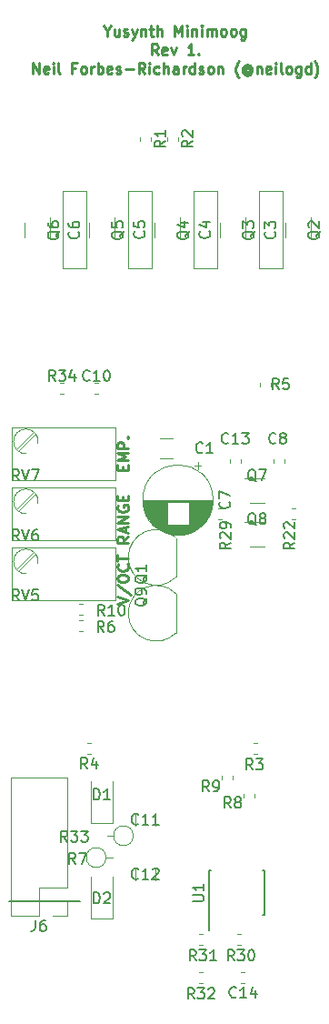
<source format=gbr>
G04 #@! TF.GenerationSoftware,KiCad,Pcbnew,5.0.2-bee76a0~70~ubuntu18.04.1*
G04 #@! TF.CreationDate,2019-04-23T19:40:41+10:00*
G04 #@! TF.ProjectId,minimoog,6d696e69-6d6f-46f6-972e-6b696361645f,rev?*
G04 #@! TF.SameCoordinates,Original*
G04 #@! TF.FileFunction,Legend,Top*
G04 #@! TF.FilePolarity,Positive*
%FSLAX46Y46*%
G04 Gerber Fmt 4.6, Leading zero omitted, Abs format (unit mm)*
G04 Created by KiCad (PCBNEW 5.0.2-bee76a0~70~ubuntu18.04.1) date Tue 23 Apr 2019 19:40:41 AEST*
%MOMM*%
%LPD*%
G01*
G04 APERTURE LIST*
%ADD10C,0.250000*%
%ADD11C,0.200000*%
%ADD12C,0.120000*%
%ADD13C,0.150000*%
G04 APERTURE END LIST*
D10*
X133620666Y-38866190D02*
X133620666Y-39342380D01*
X133287333Y-38342380D02*
X133620666Y-38866190D01*
X133954000Y-38342380D01*
X134715904Y-38675714D02*
X134715904Y-39342380D01*
X134287333Y-38675714D02*
X134287333Y-39199523D01*
X134334952Y-39294761D01*
X134430190Y-39342380D01*
X134573047Y-39342380D01*
X134668285Y-39294761D01*
X134715904Y-39247142D01*
X135144476Y-39294761D02*
X135239714Y-39342380D01*
X135430190Y-39342380D01*
X135525428Y-39294761D01*
X135573047Y-39199523D01*
X135573047Y-39151904D01*
X135525428Y-39056666D01*
X135430190Y-39009047D01*
X135287333Y-39009047D01*
X135192095Y-38961428D01*
X135144476Y-38866190D01*
X135144476Y-38818571D01*
X135192095Y-38723333D01*
X135287333Y-38675714D01*
X135430190Y-38675714D01*
X135525428Y-38723333D01*
X135906380Y-38675714D02*
X136144476Y-39342380D01*
X136382571Y-38675714D02*
X136144476Y-39342380D01*
X136049238Y-39580476D01*
X136001619Y-39628095D01*
X135906380Y-39675714D01*
X136763523Y-38675714D02*
X136763523Y-39342380D01*
X136763523Y-38770952D02*
X136811142Y-38723333D01*
X136906380Y-38675714D01*
X137049238Y-38675714D01*
X137144476Y-38723333D01*
X137192095Y-38818571D01*
X137192095Y-39342380D01*
X137525428Y-38675714D02*
X137906380Y-38675714D01*
X137668285Y-38342380D02*
X137668285Y-39199523D01*
X137715904Y-39294761D01*
X137811142Y-39342380D01*
X137906380Y-39342380D01*
X138239714Y-39342380D02*
X138239714Y-38342380D01*
X138668285Y-39342380D02*
X138668285Y-38818571D01*
X138620666Y-38723333D01*
X138525428Y-38675714D01*
X138382571Y-38675714D01*
X138287333Y-38723333D01*
X138239714Y-38770952D01*
X139906380Y-39342380D02*
X139906380Y-38342380D01*
X140239714Y-39056666D01*
X140573047Y-38342380D01*
X140573047Y-39342380D01*
X141049238Y-39342380D02*
X141049238Y-38675714D01*
X141049238Y-38342380D02*
X141001619Y-38390000D01*
X141049238Y-38437619D01*
X141096857Y-38390000D01*
X141049238Y-38342380D01*
X141049238Y-38437619D01*
X141525428Y-38675714D02*
X141525428Y-39342380D01*
X141525428Y-38770952D02*
X141573047Y-38723333D01*
X141668285Y-38675714D01*
X141811142Y-38675714D01*
X141906380Y-38723333D01*
X141954000Y-38818571D01*
X141954000Y-39342380D01*
X142430190Y-39342380D02*
X142430190Y-38675714D01*
X142430190Y-38342380D02*
X142382571Y-38390000D01*
X142430190Y-38437619D01*
X142477809Y-38390000D01*
X142430190Y-38342380D01*
X142430190Y-38437619D01*
X142906380Y-39342380D02*
X142906380Y-38675714D01*
X142906380Y-38770952D02*
X142954000Y-38723333D01*
X143049238Y-38675714D01*
X143192095Y-38675714D01*
X143287333Y-38723333D01*
X143334952Y-38818571D01*
X143334952Y-39342380D01*
X143334952Y-38818571D02*
X143382571Y-38723333D01*
X143477809Y-38675714D01*
X143620666Y-38675714D01*
X143715904Y-38723333D01*
X143763523Y-38818571D01*
X143763523Y-39342380D01*
X144382571Y-39342380D02*
X144287333Y-39294761D01*
X144239714Y-39247142D01*
X144192095Y-39151904D01*
X144192095Y-38866190D01*
X144239714Y-38770952D01*
X144287333Y-38723333D01*
X144382571Y-38675714D01*
X144525428Y-38675714D01*
X144620666Y-38723333D01*
X144668285Y-38770952D01*
X144715904Y-38866190D01*
X144715904Y-39151904D01*
X144668285Y-39247142D01*
X144620666Y-39294761D01*
X144525428Y-39342380D01*
X144382571Y-39342380D01*
X145287333Y-39342380D02*
X145192095Y-39294761D01*
X145144476Y-39247142D01*
X145096857Y-39151904D01*
X145096857Y-38866190D01*
X145144476Y-38770952D01*
X145192095Y-38723333D01*
X145287333Y-38675714D01*
X145430190Y-38675714D01*
X145525428Y-38723333D01*
X145573047Y-38770952D01*
X145620666Y-38866190D01*
X145620666Y-39151904D01*
X145573047Y-39247142D01*
X145525428Y-39294761D01*
X145430190Y-39342380D01*
X145287333Y-39342380D01*
X146477809Y-38675714D02*
X146477809Y-39485238D01*
X146430190Y-39580476D01*
X146382571Y-39628095D01*
X146287333Y-39675714D01*
X146144476Y-39675714D01*
X146049238Y-39628095D01*
X146477809Y-39294761D02*
X146382571Y-39342380D01*
X146192095Y-39342380D01*
X146096857Y-39294761D01*
X146049238Y-39247142D01*
X146001619Y-39151904D01*
X146001619Y-38866190D01*
X146049238Y-38770952D01*
X146096857Y-38723333D01*
X146192095Y-38675714D01*
X146382571Y-38675714D01*
X146477809Y-38723333D01*
X138358761Y-41092380D02*
X138025428Y-40616190D01*
X137787333Y-41092380D02*
X137787333Y-40092380D01*
X138168285Y-40092380D01*
X138263523Y-40140000D01*
X138311142Y-40187619D01*
X138358761Y-40282857D01*
X138358761Y-40425714D01*
X138311142Y-40520952D01*
X138263523Y-40568571D01*
X138168285Y-40616190D01*
X137787333Y-40616190D01*
X139168285Y-41044761D02*
X139073047Y-41092380D01*
X138882571Y-41092380D01*
X138787333Y-41044761D01*
X138739714Y-40949523D01*
X138739714Y-40568571D01*
X138787333Y-40473333D01*
X138882571Y-40425714D01*
X139073047Y-40425714D01*
X139168285Y-40473333D01*
X139215904Y-40568571D01*
X139215904Y-40663809D01*
X138739714Y-40759047D01*
X139549238Y-40425714D02*
X139787333Y-41092380D01*
X140025428Y-40425714D01*
X141692095Y-41092380D02*
X141120666Y-41092380D01*
X141406380Y-41092380D02*
X141406380Y-40092380D01*
X141311142Y-40235238D01*
X141215904Y-40330476D01*
X141120666Y-40378095D01*
X142120666Y-40997142D02*
X142168285Y-41044761D01*
X142120666Y-41092380D01*
X142073047Y-41044761D01*
X142120666Y-40997142D01*
X142120666Y-41092380D01*
X126692095Y-42842380D02*
X126692095Y-41842380D01*
X127263523Y-42842380D01*
X127263523Y-41842380D01*
X128120666Y-42794761D02*
X128025428Y-42842380D01*
X127834952Y-42842380D01*
X127739714Y-42794761D01*
X127692095Y-42699523D01*
X127692095Y-42318571D01*
X127739714Y-42223333D01*
X127834952Y-42175714D01*
X128025428Y-42175714D01*
X128120666Y-42223333D01*
X128168285Y-42318571D01*
X128168285Y-42413809D01*
X127692095Y-42509047D01*
X128596857Y-42842380D02*
X128596857Y-42175714D01*
X128596857Y-41842380D02*
X128549238Y-41890000D01*
X128596857Y-41937619D01*
X128644476Y-41890000D01*
X128596857Y-41842380D01*
X128596857Y-41937619D01*
X129215904Y-42842380D02*
X129120666Y-42794761D01*
X129073047Y-42699523D01*
X129073047Y-41842380D01*
X130692095Y-42318571D02*
X130358761Y-42318571D01*
X130358761Y-42842380D02*
X130358761Y-41842380D01*
X130834952Y-41842380D01*
X131358761Y-42842380D02*
X131263523Y-42794761D01*
X131215904Y-42747142D01*
X131168285Y-42651904D01*
X131168285Y-42366190D01*
X131215904Y-42270952D01*
X131263523Y-42223333D01*
X131358761Y-42175714D01*
X131501619Y-42175714D01*
X131596857Y-42223333D01*
X131644476Y-42270952D01*
X131692095Y-42366190D01*
X131692095Y-42651904D01*
X131644476Y-42747142D01*
X131596857Y-42794761D01*
X131501619Y-42842380D01*
X131358761Y-42842380D01*
X132120666Y-42842380D02*
X132120666Y-42175714D01*
X132120666Y-42366190D02*
X132168285Y-42270952D01*
X132215904Y-42223333D01*
X132311142Y-42175714D01*
X132406380Y-42175714D01*
X132739714Y-42842380D02*
X132739714Y-41842380D01*
X132739714Y-42223333D02*
X132834952Y-42175714D01*
X133025428Y-42175714D01*
X133120666Y-42223333D01*
X133168285Y-42270952D01*
X133215904Y-42366190D01*
X133215904Y-42651904D01*
X133168285Y-42747142D01*
X133120666Y-42794761D01*
X133025428Y-42842380D01*
X132834952Y-42842380D01*
X132739714Y-42794761D01*
X134025428Y-42794761D02*
X133930190Y-42842380D01*
X133739714Y-42842380D01*
X133644476Y-42794761D01*
X133596857Y-42699523D01*
X133596857Y-42318571D01*
X133644476Y-42223333D01*
X133739714Y-42175714D01*
X133930190Y-42175714D01*
X134025428Y-42223333D01*
X134073047Y-42318571D01*
X134073047Y-42413809D01*
X133596857Y-42509047D01*
X134454000Y-42794761D02*
X134549238Y-42842380D01*
X134739714Y-42842380D01*
X134834952Y-42794761D01*
X134882571Y-42699523D01*
X134882571Y-42651904D01*
X134834952Y-42556666D01*
X134739714Y-42509047D01*
X134596857Y-42509047D01*
X134501619Y-42461428D01*
X134454000Y-42366190D01*
X134454000Y-42318571D01*
X134501619Y-42223333D01*
X134596857Y-42175714D01*
X134739714Y-42175714D01*
X134834952Y-42223333D01*
X135311142Y-42461428D02*
X136073047Y-42461428D01*
X137120666Y-42842380D02*
X136787333Y-42366190D01*
X136549238Y-42842380D02*
X136549238Y-41842380D01*
X136930190Y-41842380D01*
X137025428Y-41890000D01*
X137073047Y-41937619D01*
X137120666Y-42032857D01*
X137120666Y-42175714D01*
X137073047Y-42270952D01*
X137025428Y-42318571D01*
X136930190Y-42366190D01*
X136549238Y-42366190D01*
X137549238Y-42842380D02*
X137549238Y-42175714D01*
X137549238Y-41842380D02*
X137501619Y-41890000D01*
X137549238Y-41937619D01*
X137596857Y-41890000D01*
X137549238Y-41842380D01*
X137549238Y-41937619D01*
X138454000Y-42794761D02*
X138358761Y-42842380D01*
X138168285Y-42842380D01*
X138073047Y-42794761D01*
X138025428Y-42747142D01*
X137977809Y-42651904D01*
X137977809Y-42366190D01*
X138025428Y-42270952D01*
X138073047Y-42223333D01*
X138168285Y-42175714D01*
X138358761Y-42175714D01*
X138454000Y-42223333D01*
X138882571Y-42842380D02*
X138882571Y-41842380D01*
X139311142Y-42842380D02*
X139311142Y-42318571D01*
X139263523Y-42223333D01*
X139168285Y-42175714D01*
X139025428Y-42175714D01*
X138930190Y-42223333D01*
X138882571Y-42270952D01*
X140215904Y-42842380D02*
X140215904Y-42318571D01*
X140168285Y-42223333D01*
X140073047Y-42175714D01*
X139882571Y-42175714D01*
X139787333Y-42223333D01*
X140215904Y-42794761D02*
X140120666Y-42842380D01*
X139882571Y-42842380D01*
X139787333Y-42794761D01*
X139739714Y-42699523D01*
X139739714Y-42604285D01*
X139787333Y-42509047D01*
X139882571Y-42461428D01*
X140120666Y-42461428D01*
X140215904Y-42413809D01*
X140692095Y-42842380D02*
X140692095Y-42175714D01*
X140692095Y-42366190D02*
X140739714Y-42270952D01*
X140787333Y-42223333D01*
X140882571Y-42175714D01*
X140977809Y-42175714D01*
X141739714Y-42842380D02*
X141739714Y-41842380D01*
X141739714Y-42794761D02*
X141644476Y-42842380D01*
X141454000Y-42842380D01*
X141358761Y-42794761D01*
X141311142Y-42747142D01*
X141263523Y-42651904D01*
X141263523Y-42366190D01*
X141311142Y-42270952D01*
X141358761Y-42223333D01*
X141454000Y-42175714D01*
X141644476Y-42175714D01*
X141739714Y-42223333D01*
X142168285Y-42794761D02*
X142263523Y-42842380D01*
X142454000Y-42842380D01*
X142549238Y-42794761D01*
X142596857Y-42699523D01*
X142596857Y-42651904D01*
X142549238Y-42556666D01*
X142454000Y-42509047D01*
X142311142Y-42509047D01*
X142215904Y-42461428D01*
X142168285Y-42366190D01*
X142168285Y-42318571D01*
X142215904Y-42223333D01*
X142311142Y-42175714D01*
X142454000Y-42175714D01*
X142549238Y-42223333D01*
X143168285Y-42842380D02*
X143073047Y-42794761D01*
X143025428Y-42747142D01*
X142977809Y-42651904D01*
X142977809Y-42366190D01*
X143025428Y-42270952D01*
X143073047Y-42223333D01*
X143168285Y-42175714D01*
X143311142Y-42175714D01*
X143406380Y-42223333D01*
X143454000Y-42270952D01*
X143501619Y-42366190D01*
X143501619Y-42651904D01*
X143454000Y-42747142D01*
X143406380Y-42794761D01*
X143311142Y-42842380D01*
X143168285Y-42842380D01*
X143930190Y-42175714D02*
X143930190Y-42842380D01*
X143930190Y-42270952D02*
X143977809Y-42223333D01*
X144073047Y-42175714D01*
X144215904Y-42175714D01*
X144311142Y-42223333D01*
X144358761Y-42318571D01*
X144358761Y-42842380D01*
X145882571Y-43223333D02*
X145834952Y-43175714D01*
X145739714Y-43032857D01*
X145692095Y-42937619D01*
X145644476Y-42794761D01*
X145596857Y-42556666D01*
X145596857Y-42366190D01*
X145644476Y-42128095D01*
X145692095Y-41985238D01*
X145739714Y-41890000D01*
X145834952Y-41747142D01*
X145882571Y-41699523D01*
X146882571Y-42366190D02*
X146834952Y-42318571D01*
X146739714Y-42270952D01*
X146644476Y-42270952D01*
X146549238Y-42318571D01*
X146501619Y-42366190D01*
X146454000Y-42461428D01*
X146454000Y-42556666D01*
X146501619Y-42651904D01*
X146549238Y-42699523D01*
X146644476Y-42747142D01*
X146739714Y-42747142D01*
X146834952Y-42699523D01*
X146882571Y-42651904D01*
X146882571Y-42270952D02*
X146882571Y-42651904D01*
X146930190Y-42699523D01*
X146977809Y-42699523D01*
X147073047Y-42651904D01*
X147120666Y-42556666D01*
X147120666Y-42318571D01*
X147025428Y-42175714D01*
X146882571Y-42080476D01*
X146692095Y-42032857D01*
X146501619Y-42080476D01*
X146358761Y-42175714D01*
X146263523Y-42318571D01*
X146215904Y-42509047D01*
X146263523Y-42699523D01*
X146358761Y-42842380D01*
X146501619Y-42937619D01*
X146692095Y-42985238D01*
X146882571Y-42937619D01*
X147025428Y-42842380D01*
X147549238Y-42175714D02*
X147549238Y-42842380D01*
X147549238Y-42270952D02*
X147596857Y-42223333D01*
X147692095Y-42175714D01*
X147834952Y-42175714D01*
X147930190Y-42223333D01*
X147977809Y-42318571D01*
X147977809Y-42842380D01*
X148834952Y-42794761D02*
X148739714Y-42842380D01*
X148549238Y-42842380D01*
X148454000Y-42794761D01*
X148406380Y-42699523D01*
X148406380Y-42318571D01*
X148454000Y-42223333D01*
X148549238Y-42175714D01*
X148739714Y-42175714D01*
X148834952Y-42223333D01*
X148882571Y-42318571D01*
X148882571Y-42413809D01*
X148406380Y-42509047D01*
X149311142Y-42842380D02*
X149311142Y-42175714D01*
X149311142Y-41842380D02*
X149263523Y-41890000D01*
X149311142Y-41937619D01*
X149358761Y-41890000D01*
X149311142Y-41842380D01*
X149311142Y-41937619D01*
X149930190Y-42842380D02*
X149834952Y-42794761D01*
X149787333Y-42699523D01*
X149787333Y-41842380D01*
X150454000Y-42842380D02*
X150358761Y-42794761D01*
X150311142Y-42747142D01*
X150263523Y-42651904D01*
X150263523Y-42366190D01*
X150311142Y-42270952D01*
X150358761Y-42223333D01*
X150454000Y-42175714D01*
X150596857Y-42175714D01*
X150692095Y-42223333D01*
X150739714Y-42270952D01*
X150787333Y-42366190D01*
X150787333Y-42651904D01*
X150739714Y-42747142D01*
X150692095Y-42794761D01*
X150596857Y-42842380D01*
X150454000Y-42842380D01*
X151644476Y-42175714D02*
X151644476Y-42985238D01*
X151596857Y-43080476D01*
X151549238Y-43128095D01*
X151454000Y-43175714D01*
X151311142Y-43175714D01*
X151215904Y-43128095D01*
X151644476Y-42794761D02*
X151549238Y-42842380D01*
X151358761Y-42842380D01*
X151263523Y-42794761D01*
X151215904Y-42747142D01*
X151168285Y-42651904D01*
X151168285Y-42366190D01*
X151215904Y-42270952D01*
X151263523Y-42223333D01*
X151358761Y-42175714D01*
X151549238Y-42175714D01*
X151644476Y-42223333D01*
X152549238Y-42842380D02*
X152549238Y-41842380D01*
X152549238Y-42794761D02*
X152454000Y-42842380D01*
X152263523Y-42842380D01*
X152168285Y-42794761D01*
X152120666Y-42747142D01*
X152073047Y-42651904D01*
X152073047Y-42366190D01*
X152120666Y-42270952D01*
X152168285Y-42223333D01*
X152263523Y-42175714D01*
X152454000Y-42175714D01*
X152549238Y-42223333D01*
X152930190Y-43223333D02*
X152977809Y-43175714D01*
X153073047Y-43032857D01*
X153120666Y-42937619D01*
X153168285Y-42794761D01*
X153215904Y-42556666D01*
X153215904Y-42366190D01*
X153168285Y-42128095D01*
X153120666Y-41985238D01*
X153073047Y-41890000D01*
X152977809Y-41747142D01*
X152930190Y-41699523D01*
D11*
X131064000Y-119888000D02*
X124460000Y-119888000D01*
D10*
X135056571Y-79755809D02*
X135056571Y-79422476D01*
X135580380Y-79279619D02*
X135580380Y-79755809D01*
X134580380Y-79755809D01*
X134580380Y-79279619D01*
X135580380Y-78851047D02*
X134580380Y-78851047D01*
X135294666Y-78517714D01*
X134580380Y-78184380D01*
X135580380Y-78184380D01*
X135580380Y-77708190D02*
X134580380Y-77708190D01*
X134580380Y-77327238D01*
X134628000Y-77232000D01*
X134675619Y-77184380D01*
X134770857Y-77136761D01*
X134913714Y-77136761D01*
X135008952Y-77184380D01*
X135056571Y-77232000D01*
X135104190Y-77327238D01*
X135104190Y-77708190D01*
X135485142Y-76708190D02*
X135532761Y-76660571D01*
X135580380Y-76708190D01*
X135532761Y-76755809D01*
X135485142Y-76708190D01*
X135580380Y-76708190D01*
X135580380Y-85923238D02*
X135104190Y-86256571D01*
X135580380Y-86494666D02*
X134580380Y-86494666D01*
X134580380Y-86113714D01*
X134628000Y-86018476D01*
X134675619Y-85970857D01*
X134770857Y-85923238D01*
X134913714Y-85923238D01*
X135008952Y-85970857D01*
X135056571Y-86018476D01*
X135104190Y-86113714D01*
X135104190Y-86494666D01*
X135294666Y-85542285D02*
X135294666Y-85066095D01*
X135580380Y-85637523D02*
X134580380Y-85304190D01*
X135580380Y-84970857D01*
X135580380Y-84637523D02*
X134580380Y-84637523D01*
X135580380Y-84066095D01*
X134580380Y-84066095D01*
X134628000Y-83066095D02*
X134580380Y-83161333D01*
X134580380Y-83304190D01*
X134628000Y-83447047D01*
X134723238Y-83542285D01*
X134818476Y-83589904D01*
X135008952Y-83637523D01*
X135151809Y-83637523D01*
X135342285Y-83589904D01*
X135437523Y-83542285D01*
X135532761Y-83447047D01*
X135580380Y-83304190D01*
X135580380Y-83208952D01*
X135532761Y-83066095D01*
X135485142Y-83018476D01*
X135151809Y-83018476D01*
X135151809Y-83208952D01*
X135056571Y-82589904D02*
X135056571Y-82256571D01*
X135580380Y-82113714D02*
X135580380Y-82589904D01*
X134580380Y-82589904D01*
X134580380Y-82113714D01*
X134580380Y-92177904D02*
X135580380Y-91844571D01*
X134580380Y-91511238D01*
X134532761Y-90463619D02*
X135818476Y-91320761D01*
X134580380Y-89939809D02*
X134580380Y-89749333D01*
X134628000Y-89654095D01*
X134723238Y-89558857D01*
X134913714Y-89511238D01*
X135247047Y-89511238D01*
X135437523Y-89558857D01*
X135532761Y-89654095D01*
X135580380Y-89749333D01*
X135580380Y-89939809D01*
X135532761Y-90035047D01*
X135437523Y-90130285D01*
X135247047Y-90177904D01*
X134913714Y-90177904D01*
X134723238Y-90130285D01*
X134628000Y-90035047D01*
X134580380Y-89939809D01*
X135485142Y-88511238D02*
X135532761Y-88558857D01*
X135580380Y-88701714D01*
X135580380Y-88796952D01*
X135532761Y-88939809D01*
X135437523Y-89035047D01*
X135342285Y-89082666D01*
X135151809Y-89130285D01*
X135008952Y-89130285D01*
X134818476Y-89082666D01*
X134723238Y-89035047D01*
X134628000Y-88939809D01*
X134580380Y-88796952D01*
X134580380Y-88701714D01*
X134628000Y-88558857D01*
X134675619Y-88511238D01*
X134580380Y-88225523D02*
X134580380Y-87654095D01*
X135580380Y-87939809D02*
X134580380Y-87939809D01*
D12*
G04 #@! TO.C,R34*
X129570267Y-72646000D02*
X129227733Y-72646000D01*
X129570267Y-71626000D02*
X129227733Y-71626000D01*
G04 #@! TO.C,C7*
X143478000Y-82530000D02*
G75*
G03X143478000Y-82530000I-3270000J0D01*
G01*
X143438000Y-82530000D02*
X136978000Y-82530000D01*
X143438000Y-82570000D02*
X136978000Y-82570000D01*
X143438000Y-82610000D02*
X136978000Y-82610000D01*
X143436000Y-82650000D02*
X136980000Y-82650000D01*
X143435000Y-82690000D02*
X136981000Y-82690000D01*
X143432000Y-82730000D02*
X136984000Y-82730000D01*
X143430000Y-82770000D02*
X141248000Y-82770000D01*
X139168000Y-82770000D02*
X136986000Y-82770000D01*
X143426000Y-82810000D02*
X141248000Y-82810000D01*
X139168000Y-82810000D02*
X136990000Y-82810000D01*
X143423000Y-82850000D02*
X141248000Y-82850000D01*
X139168000Y-82850000D02*
X136993000Y-82850000D01*
X143419000Y-82890000D02*
X141248000Y-82890000D01*
X139168000Y-82890000D02*
X136997000Y-82890000D01*
X143414000Y-82930000D02*
X141248000Y-82930000D01*
X139168000Y-82930000D02*
X137002000Y-82930000D01*
X143409000Y-82970000D02*
X141248000Y-82970000D01*
X139168000Y-82970000D02*
X137007000Y-82970000D01*
X143403000Y-83010000D02*
X141248000Y-83010000D01*
X139168000Y-83010000D02*
X137013000Y-83010000D01*
X143397000Y-83050000D02*
X141248000Y-83050000D01*
X139168000Y-83050000D02*
X137019000Y-83050000D01*
X143390000Y-83090000D02*
X141248000Y-83090000D01*
X139168000Y-83090000D02*
X137026000Y-83090000D01*
X143383000Y-83130000D02*
X141248000Y-83130000D01*
X139168000Y-83130000D02*
X137033000Y-83130000D01*
X143375000Y-83170000D02*
X141248000Y-83170000D01*
X139168000Y-83170000D02*
X137041000Y-83170000D01*
X143367000Y-83210000D02*
X141248000Y-83210000D01*
X139168000Y-83210000D02*
X137049000Y-83210000D01*
X143358000Y-83251000D02*
X141248000Y-83251000D01*
X139168000Y-83251000D02*
X137058000Y-83251000D01*
X143349000Y-83291000D02*
X141248000Y-83291000D01*
X139168000Y-83291000D02*
X137067000Y-83291000D01*
X143339000Y-83331000D02*
X141248000Y-83331000D01*
X139168000Y-83331000D02*
X137077000Y-83331000D01*
X143329000Y-83371000D02*
X141248000Y-83371000D01*
X139168000Y-83371000D02*
X137087000Y-83371000D01*
X143318000Y-83411000D02*
X141248000Y-83411000D01*
X139168000Y-83411000D02*
X137098000Y-83411000D01*
X143306000Y-83451000D02*
X141248000Y-83451000D01*
X139168000Y-83451000D02*
X137110000Y-83451000D01*
X143294000Y-83491000D02*
X141248000Y-83491000D01*
X139168000Y-83491000D02*
X137122000Y-83491000D01*
X143282000Y-83531000D02*
X141248000Y-83531000D01*
X139168000Y-83531000D02*
X137134000Y-83531000D01*
X143269000Y-83571000D02*
X141248000Y-83571000D01*
X139168000Y-83571000D02*
X137147000Y-83571000D01*
X143255000Y-83611000D02*
X141248000Y-83611000D01*
X139168000Y-83611000D02*
X137161000Y-83611000D01*
X143241000Y-83651000D02*
X141248000Y-83651000D01*
X139168000Y-83651000D02*
X137175000Y-83651000D01*
X143226000Y-83691000D02*
X141248000Y-83691000D01*
X139168000Y-83691000D02*
X137190000Y-83691000D01*
X143210000Y-83731000D02*
X141248000Y-83731000D01*
X139168000Y-83731000D02*
X137206000Y-83731000D01*
X143194000Y-83771000D02*
X141248000Y-83771000D01*
X139168000Y-83771000D02*
X137222000Y-83771000D01*
X143178000Y-83811000D02*
X141248000Y-83811000D01*
X139168000Y-83811000D02*
X137238000Y-83811000D01*
X143160000Y-83851000D02*
X141248000Y-83851000D01*
X139168000Y-83851000D02*
X137256000Y-83851000D01*
X143142000Y-83891000D02*
X141248000Y-83891000D01*
X139168000Y-83891000D02*
X137274000Y-83891000D01*
X143124000Y-83931000D02*
X141248000Y-83931000D01*
X139168000Y-83931000D02*
X137292000Y-83931000D01*
X143104000Y-83971000D02*
X141248000Y-83971000D01*
X139168000Y-83971000D02*
X137312000Y-83971000D01*
X143084000Y-84011000D02*
X141248000Y-84011000D01*
X139168000Y-84011000D02*
X137332000Y-84011000D01*
X143064000Y-84051000D02*
X141248000Y-84051000D01*
X139168000Y-84051000D02*
X137352000Y-84051000D01*
X143042000Y-84091000D02*
X141248000Y-84091000D01*
X139168000Y-84091000D02*
X137374000Y-84091000D01*
X143020000Y-84131000D02*
X141248000Y-84131000D01*
X139168000Y-84131000D02*
X137396000Y-84131000D01*
X142998000Y-84171000D02*
X141248000Y-84171000D01*
X139168000Y-84171000D02*
X137418000Y-84171000D01*
X142974000Y-84211000D02*
X141248000Y-84211000D01*
X139168000Y-84211000D02*
X137442000Y-84211000D01*
X142950000Y-84251000D02*
X141248000Y-84251000D01*
X139168000Y-84251000D02*
X137466000Y-84251000D01*
X142924000Y-84291000D02*
X141248000Y-84291000D01*
X139168000Y-84291000D02*
X137492000Y-84291000D01*
X142898000Y-84331000D02*
X141248000Y-84331000D01*
X139168000Y-84331000D02*
X137518000Y-84331000D01*
X142872000Y-84371000D02*
X141248000Y-84371000D01*
X139168000Y-84371000D02*
X137544000Y-84371000D01*
X142844000Y-84411000D02*
X141248000Y-84411000D01*
X139168000Y-84411000D02*
X137572000Y-84411000D01*
X142815000Y-84451000D02*
X141248000Y-84451000D01*
X139168000Y-84451000D02*
X137601000Y-84451000D01*
X142786000Y-84491000D02*
X141248000Y-84491000D01*
X139168000Y-84491000D02*
X137630000Y-84491000D01*
X142756000Y-84531000D02*
X141248000Y-84531000D01*
X139168000Y-84531000D02*
X137660000Y-84531000D01*
X142724000Y-84571000D02*
X141248000Y-84571000D01*
X139168000Y-84571000D02*
X137692000Y-84571000D01*
X142692000Y-84611000D02*
X141248000Y-84611000D01*
X139168000Y-84611000D02*
X137724000Y-84611000D01*
X142658000Y-84651000D02*
X141248000Y-84651000D01*
X139168000Y-84651000D02*
X137758000Y-84651000D01*
X142624000Y-84691000D02*
X141248000Y-84691000D01*
X139168000Y-84691000D02*
X137792000Y-84691000D01*
X142588000Y-84731000D02*
X141248000Y-84731000D01*
X139168000Y-84731000D02*
X137828000Y-84731000D01*
X142551000Y-84771000D02*
X141248000Y-84771000D01*
X139168000Y-84771000D02*
X137865000Y-84771000D01*
X142513000Y-84811000D02*
X141248000Y-84811000D01*
X139168000Y-84811000D02*
X137903000Y-84811000D01*
X142473000Y-84851000D02*
X137943000Y-84851000D01*
X142432000Y-84891000D02*
X137984000Y-84891000D01*
X142390000Y-84931000D02*
X138026000Y-84931000D01*
X142345000Y-84971000D02*
X138071000Y-84971000D01*
X142300000Y-85011000D02*
X138116000Y-85011000D01*
X142252000Y-85051000D02*
X138164000Y-85051000D01*
X142203000Y-85091000D02*
X138213000Y-85091000D01*
X142152000Y-85131000D02*
X138264000Y-85131000D01*
X142098000Y-85171000D02*
X138318000Y-85171000D01*
X142042000Y-85211000D02*
X138374000Y-85211000D01*
X141984000Y-85251000D02*
X138432000Y-85251000D01*
X141922000Y-85291000D02*
X138494000Y-85291000D01*
X141858000Y-85331000D02*
X138558000Y-85331000D01*
X141789000Y-85371000D02*
X138627000Y-85371000D01*
X141717000Y-85411000D02*
X138699000Y-85411000D01*
X141640000Y-85451000D02*
X138776000Y-85451000D01*
X141558000Y-85491000D02*
X138858000Y-85491000D01*
X141470000Y-85531000D02*
X138946000Y-85531000D01*
X141373000Y-85571000D02*
X139043000Y-85571000D01*
X141267000Y-85611000D02*
X139149000Y-85611000D01*
X141148000Y-85651000D02*
X139268000Y-85651000D01*
X141010000Y-85691000D02*
X139406000Y-85691000D01*
X140841000Y-85731000D02*
X139575000Y-85731000D01*
X140610000Y-85771000D02*
X139806000Y-85771000D01*
X142047000Y-79029759D02*
X142047000Y-79659759D01*
X142362000Y-79344759D02*
X141732000Y-79344759D01*
G04 #@! TO.C,C14*
X146438767Y-126490000D02*
X146096233Y-126490000D01*
X146438767Y-127510000D02*
X146096233Y-127510000D01*
G04 #@! TO.C,C10*
X132773267Y-72646000D02*
X132430733Y-72646000D01*
X132773267Y-71626000D02*
X132430733Y-71626000D01*
G04 #@! TO.C,R7*
X136048000Y-113792000D02*
G75*
G03X136048000Y-113792000I-920000J0D01*
G01*
X134208000Y-113792000D02*
X133588000Y-113792000D01*
G04 #@! TO.C,R33*
X133508000Y-115824000D02*
G75*
G03X133508000Y-115824000I-920000J0D01*
G01*
X133508000Y-115824000D02*
X134128000Y-115824000D01*
G04 #@! TO.C,Q1*
X140014478Y-86045522D02*
G75*
G03X135576000Y-87884000I-1838478J-1838478D01*
G01*
X140014478Y-89722478D02*
G75*
G02X135576000Y-87884000I-1838478J1838478D01*
G01*
X140026000Y-89684000D02*
X140026000Y-86084000D01*
G04 #@! TO.C,Q9*
X140026000Y-94891000D02*
X140026000Y-91291000D01*
X140014478Y-94929478D02*
G75*
G02X135576000Y-93091000I-1838478J1838478D01*
G01*
X140014478Y-91252522D02*
G75*
G03X135576000Y-93091000I-1838478J-1838478D01*
G01*
G04 #@! TO.C,D2*
X132096000Y-121504000D02*
X134096000Y-121504000D01*
X134096000Y-121504000D02*
X134096000Y-117604000D01*
X132096000Y-121504000D02*
X132096000Y-117604000D01*
G04 #@! TO.C,D1*
X132096000Y-112612000D02*
X132096000Y-108712000D01*
X134096000Y-112612000D02*
X134096000Y-108712000D01*
X132096000Y-112612000D02*
X134096000Y-112612000D01*
G04 #@! TO.C,J6*
X129854000Y-121218000D02*
X128524000Y-121218000D01*
X129854000Y-119888000D02*
X129854000Y-121218000D01*
X127254000Y-121218000D02*
X124654000Y-121218000D01*
X127254000Y-118618000D02*
X127254000Y-121218000D01*
X129854000Y-118618000D02*
X127254000Y-118618000D01*
X124654000Y-121218000D02*
X124654000Y-108398000D01*
X129854000Y-118618000D02*
X129854000Y-108398000D01*
X129854000Y-108398000D02*
X124654000Y-108398000D01*
D13*
G04 #@! TO.C,U1*
X143094000Y-121201000D02*
X143144000Y-121201000D01*
X143094000Y-117051000D02*
X143239000Y-117051000D01*
X148244000Y-117051000D02*
X148099000Y-117051000D01*
X148244000Y-121201000D02*
X148099000Y-121201000D01*
X143094000Y-121201000D02*
X143094000Y-117051000D01*
X148244000Y-121201000D02*
X148244000Y-117051000D01*
X143144000Y-121201000D02*
X143144000Y-122601000D01*
D12*
G04 #@! TO.C,C6*
X131676000Y-60984000D02*
X129436000Y-60984000D01*
X131676000Y-53744000D02*
X129436000Y-53744000D01*
X129436000Y-53744000D02*
X129436000Y-60984000D01*
X131676000Y-53744000D02*
X131676000Y-60984000D01*
G04 #@! TO.C,C5*
X135532000Y-60984000D02*
X135532000Y-53744000D01*
X137772000Y-60984000D02*
X137772000Y-53744000D01*
X135532000Y-60984000D02*
X137772000Y-60984000D01*
X135532000Y-53744000D02*
X137772000Y-53744000D01*
G04 #@! TO.C,C4*
X143868000Y-60984000D02*
X141628000Y-60984000D01*
X143868000Y-53744000D02*
X141628000Y-53744000D01*
X141628000Y-53744000D02*
X141628000Y-60984000D01*
X143868000Y-53744000D02*
X143868000Y-60984000D01*
G04 #@! TO.C,C3*
X149964000Y-53744000D02*
X149964000Y-60984000D01*
X147724000Y-53744000D02*
X147724000Y-60984000D01*
X149964000Y-53744000D02*
X147724000Y-53744000D01*
X149964000Y-60984000D02*
X147724000Y-60984000D01*
G04 #@! TO.C,Q5*
X134256000Y-58104000D02*
X134256000Y-56204000D01*
X131936000Y-56704000D02*
X131936000Y-58104000D01*
G04 #@! TO.C,Q8*
X146874000Y-86910751D02*
X148274000Y-86910751D01*
X148274000Y-84590751D02*
X146374000Y-84590751D01*
G04 #@! TO.C,Q7*
X148274000Y-80526751D02*
X146374000Y-80526751D01*
X146874000Y-82846751D02*
X148274000Y-82846751D01*
G04 #@! TO.C,Q4*
X138032000Y-56704000D02*
X138032000Y-58104000D01*
X140352000Y-58104000D02*
X140352000Y-56204000D01*
G04 #@! TO.C,Q3*
X146448000Y-58104000D02*
X146448000Y-56204000D01*
X144128000Y-56704000D02*
X144128000Y-58104000D01*
G04 #@! TO.C,Q2*
X150224000Y-56704000D02*
X150224000Y-58104000D01*
X152544000Y-58104000D02*
X152544000Y-56204000D01*
G04 #@! TO.C,Q6*
X128272000Y-58104000D02*
X128272000Y-56204000D01*
X125952000Y-56704000D02*
X125952000Y-58104000D01*
G04 #@! TO.C,C13*
X146052000Y-78709733D02*
X146052000Y-79052267D01*
X145032000Y-78709733D02*
X145032000Y-79052267D01*
G04 #@! TO.C,C8*
X149096000Y-78709733D02*
X149096000Y-79052267D01*
X150116000Y-78709733D02*
X150116000Y-79052267D01*
G04 #@! TO.C,C11*
X138070000Y-112906564D02*
X138070000Y-111702436D01*
X136250000Y-112906564D02*
X136250000Y-111702436D01*
G04 #@! TO.C,C12*
X136250000Y-117986564D02*
X136250000Y-116782436D01*
X138070000Y-117986564D02*
X138070000Y-116782436D01*
G04 #@! TO.C,C1*
X139757564Y-78634000D02*
X138553436Y-78634000D01*
X139757564Y-76814000D02*
X138553436Y-76814000D01*
G04 #@! TO.C,R1*
X136650000Y-48737733D02*
X136650000Y-49080267D01*
X137670000Y-48737733D02*
X137670000Y-49080267D01*
G04 #@! TO.C,R10*
X131376267Y-92200000D02*
X131033733Y-92200000D01*
X131376267Y-93220000D02*
X131033733Y-93220000D01*
G04 #@! TO.C,R8*
X147322000Y-109923733D02*
X147322000Y-110266267D01*
X146302000Y-109923733D02*
X146302000Y-110266267D01*
G04 #@! TO.C,R2*
X139190000Y-48737733D02*
X139190000Y-49080267D01*
X140210000Y-48737733D02*
X140210000Y-49080267D01*
G04 #@! TO.C,R3*
X147289733Y-105154000D02*
X147632267Y-105154000D01*
X147289733Y-106174000D02*
X147632267Y-106174000D01*
G04 #@! TO.C,R4*
X132110267Y-105154000D02*
X131767733Y-105154000D01*
X132110267Y-106174000D02*
X131767733Y-106174000D01*
G04 #@! TO.C,R5*
X148846000Y-71597733D02*
X148846000Y-71940267D01*
X147826000Y-71597733D02*
X147826000Y-71940267D01*
G04 #@! TO.C,R6*
X131376267Y-93724000D02*
X131033733Y-93724000D01*
X131376267Y-94744000D02*
X131033733Y-94744000D01*
G04 #@! TO.C,R9*
X145290000Y-108173733D02*
X145290000Y-108516267D01*
X144270000Y-108173733D02*
X144270000Y-108516267D01*
G04 #@! TO.C,R29*
X144330267Y-84330000D02*
X143987733Y-84330000D01*
X144330267Y-83310000D02*
X143987733Y-83310000D01*
G04 #@! TO.C,R30*
X146108267Y-123954000D02*
X145765733Y-123954000D01*
X146108267Y-122934000D02*
X145765733Y-122934000D01*
G04 #@! TO.C,R31*
X142209733Y-123954000D02*
X142552267Y-123954000D01*
X142209733Y-122934000D02*
X142552267Y-122934000D01*
G04 #@! TO.C,R32*
X142181733Y-126490000D02*
X142524267Y-126490000D01*
X142181733Y-127510000D02*
X142524267Y-127510000D01*
G04 #@! TO.C,R22*
X150817733Y-84330000D02*
X151160267Y-84330000D01*
X150817733Y-83310000D02*
X151160267Y-83310000D01*
G04 #@! TO.C,RV5*
X125309000Y-89133000D02*
X126921000Y-87523000D01*
X125169000Y-88992000D02*
X126780000Y-87382000D01*
X124715000Y-91878000D02*
X124715000Y-86927000D01*
X134365000Y-91878000D02*
X134365000Y-86927000D01*
X134365000Y-86927000D02*
X124715000Y-86927000D01*
X134365000Y-91878000D02*
X124715000Y-91878000D01*
X126024879Y-87103948D02*
G75*
G02X127174000Y-88498000I20121J-1154052D01*
G01*
X126085309Y-89412296D02*
G75*
G02X126045000Y-87103000I-40309J1154296D01*
G01*
G04 #@! TO.C,RV6*
X126085309Y-83824296D02*
G75*
G02X126045000Y-81515000I-40309J1154296D01*
G01*
X126024879Y-81515948D02*
G75*
G02X127174000Y-82910000I20121J-1154052D01*
G01*
X134365000Y-86290000D02*
X124715000Y-86290000D01*
X134365000Y-81339000D02*
X124715000Y-81339000D01*
X134365000Y-86290000D02*
X134365000Y-81339000D01*
X124715000Y-86290000D02*
X124715000Y-81339000D01*
X125169000Y-83404000D02*
X126780000Y-81794000D01*
X125309000Y-83545000D02*
X126921000Y-81935000D01*
G04 #@! TO.C,RV7*
X125309000Y-77957000D02*
X126921000Y-76347000D01*
X125169000Y-77816000D02*
X126780000Y-76206000D01*
X124715000Y-80702000D02*
X124715000Y-75751000D01*
X134365000Y-80702000D02*
X134365000Y-75751000D01*
X134365000Y-75751000D02*
X124715000Y-75751000D01*
X134365000Y-80702000D02*
X124715000Y-80702000D01*
X126024879Y-75927948D02*
G75*
G02X127174000Y-77322000I20121J-1154052D01*
G01*
X126085309Y-78236296D02*
G75*
G02X126045000Y-75927000I-40309J1154296D01*
G01*
G04 #@! TO.C,R34*
D13*
X128770142Y-71445380D02*
X128436809Y-70969190D01*
X128198714Y-71445380D02*
X128198714Y-70445380D01*
X128579666Y-70445380D01*
X128674904Y-70493000D01*
X128722523Y-70540619D01*
X128770142Y-70635857D01*
X128770142Y-70778714D01*
X128722523Y-70873952D01*
X128674904Y-70921571D01*
X128579666Y-70969190D01*
X128198714Y-70969190D01*
X129103476Y-70445380D02*
X129722523Y-70445380D01*
X129389190Y-70826333D01*
X129532047Y-70826333D01*
X129627285Y-70873952D01*
X129674904Y-70921571D01*
X129722523Y-71016809D01*
X129722523Y-71254904D01*
X129674904Y-71350142D01*
X129627285Y-71397761D01*
X129532047Y-71445380D01*
X129246333Y-71445380D01*
X129151095Y-71397761D01*
X129103476Y-71350142D01*
X130579666Y-70778714D02*
X130579666Y-71445380D01*
X130341571Y-70397761D02*
X130103476Y-71112047D01*
X130722523Y-71112047D01*
G04 #@! TO.C,C7*
X144965142Y-82696666D02*
X145012761Y-82744285D01*
X145060380Y-82887142D01*
X145060380Y-82982380D01*
X145012761Y-83125238D01*
X144917523Y-83220476D01*
X144822285Y-83268095D01*
X144631809Y-83315714D01*
X144488952Y-83315714D01*
X144298476Y-83268095D01*
X144203238Y-83220476D01*
X144108000Y-83125238D01*
X144060380Y-82982380D01*
X144060380Y-82887142D01*
X144108000Y-82744285D01*
X144155619Y-82696666D01*
X144060380Y-82363333D02*
X144060380Y-81696666D01*
X145060380Y-82125238D01*
G04 #@! TO.C,C14*
X145624642Y-128787142D02*
X145577023Y-128834761D01*
X145434166Y-128882380D01*
X145338928Y-128882380D01*
X145196071Y-128834761D01*
X145100833Y-128739523D01*
X145053214Y-128644285D01*
X145005595Y-128453809D01*
X145005595Y-128310952D01*
X145053214Y-128120476D01*
X145100833Y-128025238D01*
X145196071Y-127930000D01*
X145338928Y-127882380D01*
X145434166Y-127882380D01*
X145577023Y-127930000D01*
X145624642Y-127977619D01*
X146577023Y-128882380D02*
X146005595Y-128882380D01*
X146291309Y-128882380D02*
X146291309Y-127882380D01*
X146196071Y-128025238D01*
X146100833Y-128120476D01*
X146005595Y-128168095D01*
X147434166Y-128215714D02*
X147434166Y-128882380D01*
X147196071Y-127834761D02*
X146957976Y-128549047D01*
X147577023Y-128549047D01*
G04 #@! TO.C,C10*
X131973142Y-71350142D02*
X131925523Y-71397761D01*
X131782666Y-71445380D01*
X131687428Y-71445380D01*
X131544571Y-71397761D01*
X131449333Y-71302523D01*
X131401714Y-71207285D01*
X131354095Y-71016809D01*
X131354095Y-70873952D01*
X131401714Y-70683476D01*
X131449333Y-70588238D01*
X131544571Y-70493000D01*
X131687428Y-70445380D01*
X131782666Y-70445380D01*
X131925523Y-70493000D01*
X131973142Y-70540619D01*
X132925523Y-71445380D02*
X132354095Y-71445380D01*
X132639809Y-71445380D02*
X132639809Y-70445380D01*
X132544571Y-70588238D01*
X132449333Y-70683476D01*
X132354095Y-70731095D01*
X133544571Y-70445380D02*
X133639809Y-70445380D01*
X133735047Y-70493000D01*
X133782666Y-70540619D01*
X133830285Y-70635857D01*
X133877904Y-70826333D01*
X133877904Y-71064428D01*
X133830285Y-71254904D01*
X133782666Y-71350142D01*
X133735047Y-71397761D01*
X133639809Y-71445380D01*
X133544571Y-71445380D01*
X133449333Y-71397761D01*
X133401714Y-71350142D01*
X133354095Y-71254904D01*
X133306476Y-71064428D01*
X133306476Y-70826333D01*
X133354095Y-70635857D01*
X133401714Y-70540619D01*
X133449333Y-70493000D01*
X133544571Y-70445380D01*
G04 #@! TO.C,R7*
X130643333Y-116403380D02*
X130310000Y-115927190D01*
X130071904Y-116403380D02*
X130071904Y-115403380D01*
X130452857Y-115403380D01*
X130548095Y-115451000D01*
X130595714Y-115498619D01*
X130643333Y-115593857D01*
X130643333Y-115736714D01*
X130595714Y-115831952D01*
X130548095Y-115879571D01*
X130452857Y-115927190D01*
X130071904Y-115927190D01*
X130976666Y-115403380D02*
X131643333Y-115403380D01*
X131214761Y-116403380D01*
G04 #@! TO.C,R33*
X129913142Y-114356380D02*
X129579809Y-113880190D01*
X129341714Y-114356380D02*
X129341714Y-113356380D01*
X129722666Y-113356380D01*
X129817904Y-113404000D01*
X129865523Y-113451619D01*
X129913142Y-113546857D01*
X129913142Y-113689714D01*
X129865523Y-113784952D01*
X129817904Y-113832571D01*
X129722666Y-113880190D01*
X129341714Y-113880190D01*
X130246476Y-113356380D02*
X130865523Y-113356380D01*
X130532190Y-113737333D01*
X130675047Y-113737333D01*
X130770285Y-113784952D01*
X130817904Y-113832571D01*
X130865523Y-113927809D01*
X130865523Y-114165904D01*
X130817904Y-114261142D01*
X130770285Y-114308761D01*
X130675047Y-114356380D01*
X130389333Y-114356380D01*
X130294095Y-114308761D01*
X130246476Y-114261142D01*
X131198857Y-113356380D02*
X131817904Y-113356380D01*
X131484571Y-113737333D01*
X131627428Y-113737333D01*
X131722666Y-113784952D01*
X131770285Y-113832571D01*
X131817904Y-113927809D01*
X131817904Y-114165904D01*
X131770285Y-114261142D01*
X131722666Y-114308761D01*
X131627428Y-114356380D01*
X131341714Y-114356380D01*
X131246476Y-114308761D01*
X131198857Y-114261142D01*
G04 #@! TO.C,Q1*
X137326619Y-89503238D02*
X137279000Y-89598476D01*
X137183761Y-89693714D01*
X137040904Y-89836571D01*
X136993285Y-89931809D01*
X136993285Y-90027047D01*
X137231380Y-89979428D02*
X137183761Y-90074666D01*
X137088523Y-90169904D01*
X136898047Y-90217523D01*
X136564714Y-90217523D01*
X136374238Y-90169904D01*
X136279000Y-90074666D01*
X136231380Y-89979428D01*
X136231380Y-89788952D01*
X136279000Y-89693714D01*
X136374238Y-89598476D01*
X136564714Y-89550857D01*
X136898047Y-89550857D01*
X137088523Y-89598476D01*
X137183761Y-89693714D01*
X137231380Y-89788952D01*
X137231380Y-89979428D01*
X137231380Y-88598476D02*
X137231380Y-89169904D01*
X137231380Y-88884190D02*
X136231380Y-88884190D01*
X136374238Y-88979428D01*
X136469476Y-89074666D01*
X136517095Y-89169904D01*
G04 #@! TO.C,Q9*
X137326619Y-91662238D02*
X137279000Y-91757476D01*
X137183761Y-91852714D01*
X137040904Y-91995571D01*
X136993285Y-92090809D01*
X136993285Y-92186047D01*
X137231380Y-92138428D02*
X137183761Y-92233666D01*
X137088523Y-92328904D01*
X136898047Y-92376523D01*
X136564714Y-92376523D01*
X136374238Y-92328904D01*
X136279000Y-92233666D01*
X136231380Y-92138428D01*
X136231380Y-91947952D01*
X136279000Y-91852714D01*
X136374238Y-91757476D01*
X136564714Y-91709857D01*
X136898047Y-91709857D01*
X137088523Y-91757476D01*
X137183761Y-91852714D01*
X137231380Y-91947952D01*
X137231380Y-92138428D01*
X137231380Y-91233666D02*
X137231380Y-91043190D01*
X137183761Y-90947952D01*
X137136142Y-90900333D01*
X136993285Y-90805095D01*
X136802809Y-90757476D01*
X136421857Y-90757476D01*
X136326619Y-90805095D01*
X136279000Y-90852714D01*
X136231380Y-90947952D01*
X136231380Y-91138428D01*
X136279000Y-91233666D01*
X136326619Y-91281285D01*
X136421857Y-91328904D01*
X136659952Y-91328904D01*
X136755190Y-91281285D01*
X136802809Y-91233666D01*
X136850428Y-91138428D01*
X136850428Y-90947952D01*
X136802809Y-90852714D01*
X136755190Y-90805095D01*
X136659952Y-90757476D01*
G04 #@! TO.C,D2*
X132357904Y-120086380D02*
X132357904Y-119086380D01*
X132596000Y-119086380D01*
X132738857Y-119134000D01*
X132834095Y-119229238D01*
X132881714Y-119324476D01*
X132929333Y-119514952D01*
X132929333Y-119657809D01*
X132881714Y-119848285D01*
X132834095Y-119943523D01*
X132738857Y-120038761D01*
X132596000Y-120086380D01*
X132357904Y-120086380D01*
X133310285Y-119181619D02*
X133357904Y-119134000D01*
X133453142Y-119086380D01*
X133691238Y-119086380D01*
X133786476Y-119134000D01*
X133834095Y-119181619D01*
X133881714Y-119276857D01*
X133881714Y-119372095D01*
X133834095Y-119514952D01*
X133262666Y-120086380D01*
X133881714Y-120086380D01*
G04 #@! TO.C,D1*
X132357904Y-110434380D02*
X132357904Y-109434380D01*
X132596000Y-109434380D01*
X132738857Y-109482000D01*
X132834095Y-109577238D01*
X132881714Y-109672476D01*
X132929333Y-109862952D01*
X132929333Y-110005809D01*
X132881714Y-110196285D01*
X132834095Y-110291523D01*
X132738857Y-110386761D01*
X132596000Y-110434380D01*
X132357904Y-110434380D01*
X133881714Y-110434380D02*
X133310285Y-110434380D01*
X133596000Y-110434380D02*
X133596000Y-109434380D01*
X133500761Y-109577238D01*
X133405523Y-109672476D01*
X133310285Y-109720095D01*
G04 #@! TO.C,J6*
X126920666Y-121670380D02*
X126920666Y-122384666D01*
X126873047Y-122527523D01*
X126777809Y-122622761D01*
X126634952Y-122670380D01*
X126539714Y-122670380D01*
X127825428Y-121670380D02*
X127634952Y-121670380D01*
X127539714Y-121718000D01*
X127492095Y-121765619D01*
X127396857Y-121908476D01*
X127349238Y-122098952D01*
X127349238Y-122479904D01*
X127396857Y-122575142D01*
X127444476Y-122622761D01*
X127539714Y-122670380D01*
X127730190Y-122670380D01*
X127825428Y-122622761D01*
X127873047Y-122575142D01*
X127920666Y-122479904D01*
X127920666Y-122241809D01*
X127873047Y-122146571D01*
X127825428Y-122098952D01*
X127730190Y-122051333D01*
X127539714Y-122051333D01*
X127444476Y-122098952D01*
X127396857Y-122146571D01*
X127349238Y-122241809D01*
G04 #@! TO.C,U1*
X141621380Y-119887904D02*
X142430904Y-119887904D01*
X142526142Y-119840285D01*
X142573761Y-119792666D01*
X142621380Y-119697428D01*
X142621380Y-119506952D01*
X142573761Y-119411714D01*
X142526142Y-119364095D01*
X142430904Y-119316476D01*
X141621380Y-119316476D01*
X142621380Y-118316476D02*
X142621380Y-118887904D01*
X142621380Y-118602190D02*
X141621380Y-118602190D01*
X141764238Y-118697428D01*
X141859476Y-118792666D01*
X141907095Y-118887904D01*
G04 #@! TO.C,C6*
X130913142Y-57570666D02*
X130960761Y-57618285D01*
X131008380Y-57761142D01*
X131008380Y-57856380D01*
X130960761Y-57999238D01*
X130865523Y-58094476D01*
X130770285Y-58142095D01*
X130579809Y-58189714D01*
X130436952Y-58189714D01*
X130246476Y-58142095D01*
X130151238Y-58094476D01*
X130056000Y-57999238D01*
X130008380Y-57856380D01*
X130008380Y-57761142D01*
X130056000Y-57618285D01*
X130103619Y-57570666D01*
X130008380Y-56713523D02*
X130008380Y-56904000D01*
X130056000Y-56999238D01*
X130103619Y-57046857D01*
X130246476Y-57142095D01*
X130436952Y-57189714D01*
X130817904Y-57189714D01*
X130913142Y-57142095D01*
X130960761Y-57094476D01*
X131008380Y-56999238D01*
X131008380Y-56808761D01*
X130960761Y-56713523D01*
X130913142Y-56665904D01*
X130817904Y-56618285D01*
X130579809Y-56618285D01*
X130484571Y-56665904D01*
X130436952Y-56713523D01*
X130389333Y-56808761D01*
X130389333Y-56999238D01*
X130436952Y-57094476D01*
X130484571Y-57142095D01*
X130579809Y-57189714D01*
G04 #@! TO.C,C5*
X137009142Y-57530666D02*
X137056761Y-57578285D01*
X137104380Y-57721142D01*
X137104380Y-57816380D01*
X137056761Y-57959238D01*
X136961523Y-58054476D01*
X136866285Y-58102095D01*
X136675809Y-58149714D01*
X136532952Y-58149714D01*
X136342476Y-58102095D01*
X136247238Y-58054476D01*
X136152000Y-57959238D01*
X136104380Y-57816380D01*
X136104380Y-57721142D01*
X136152000Y-57578285D01*
X136199619Y-57530666D01*
X136104380Y-56625904D02*
X136104380Y-57102095D01*
X136580571Y-57149714D01*
X136532952Y-57102095D01*
X136485333Y-57006857D01*
X136485333Y-56768761D01*
X136532952Y-56673523D01*
X136580571Y-56625904D01*
X136675809Y-56578285D01*
X136913904Y-56578285D01*
X137009142Y-56625904D01*
X137056761Y-56673523D01*
X137104380Y-56768761D01*
X137104380Y-57006857D01*
X137056761Y-57102095D01*
X137009142Y-57149714D01*
G04 #@! TO.C,C4*
X143105142Y-57530666D02*
X143152761Y-57578285D01*
X143200380Y-57721142D01*
X143200380Y-57816380D01*
X143152761Y-57959238D01*
X143057523Y-58054476D01*
X142962285Y-58102095D01*
X142771809Y-58149714D01*
X142628952Y-58149714D01*
X142438476Y-58102095D01*
X142343238Y-58054476D01*
X142248000Y-57959238D01*
X142200380Y-57816380D01*
X142200380Y-57721142D01*
X142248000Y-57578285D01*
X142295619Y-57530666D01*
X142533714Y-56673523D02*
X143200380Y-56673523D01*
X142152761Y-56911619D02*
X142867047Y-57149714D01*
X142867047Y-56530666D01*
G04 #@! TO.C,C3*
X149201142Y-57570666D02*
X149248761Y-57618285D01*
X149296380Y-57761142D01*
X149296380Y-57856380D01*
X149248761Y-57999238D01*
X149153523Y-58094476D01*
X149058285Y-58142095D01*
X148867809Y-58189714D01*
X148724952Y-58189714D01*
X148534476Y-58142095D01*
X148439238Y-58094476D01*
X148344000Y-57999238D01*
X148296380Y-57856380D01*
X148296380Y-57761142D01*
X148344000Y-57618285D01*
X148391619Y-57570666D01*
X148296380Y-57237333D02*
X148296380Y-56618285D01*
X148677333Y-56951619D01*
X148677333Y-56808761D01*
X148724952Y-56713523D01*
X148772571Y-56665904D01*
X148867809Y-56618285D01*
X149105904Y-56618285D01*
X149201142Y-56665904D01*
X149248761Y-56713523D01*
X149296380Y-56808761D01*
X149296380Y-57094476D01*
X149248761Y-57189714D01*
X149201142Y-57237333D01*
G04 #@! TO.C,Q5*
X135167619Y-57499238D02*
X135120000Y-57594476D01*
X135024761Y-57689714D01*
X134881904Y-57832571D01*
X134834285Y-57927809D01*
X134834285Y-58023047D01*
X135072380Y-57975428D02*
X135024761Y-58070666D01*
X134929523Y-58165904D01*
X134739047Y-58213523D01*
X134405714Y-58213523D01*
X134215238Y-58165904D01*
X134120000Y-58070666D01*
X134072380Y-57975428D01*
X134072380Y-57784952D01*
X134120000Y-57689714D01*
X134215238Y-57594476D01*
X134405714Y-57546857D01*
X134739047Y-57546857D01*
X134929523Y-57594476D01*
X135024761Y-57689714D01*
X135072380Y-57784952D01*
X135072380Y-57975428D01*
X134072380Y-56642095D02*
X134072380Y-57118285D01*
X134548571Y-57165904D01*
X134500952Y-57118285D01*
X134453333Y-57023047D01*
X134453333Y-56784952D01*
X134500952Y-56689714D01*
X134548571Y-56642095D01*
X134643809Y-56594476D01*
X134881904Y-56594476D01*
X134977142Y-56642095D01*
X135024761Y-56689714D01*
X135072380Y-56784952D01*
X135072380Y-57023047D01*
X135024761Y-57118285D01*
X134977142Y-57165904D01*
G04 #@! TO.C,Q8*
X147478761Y-84875619D02*
X147383523Y-84828000D01*
X147288285Y-84732761D01*
X147145428Y-84589904D01*
X147050190Y-84542285D01*
X146954952Y-84542285D01*
X147002571Y-84780380D02*
X146907333Y-84732761D01*
X146812095Y-84637523D01*
X146764476Y-84447047D01*
X146764476Y-84113714D01*
X146812095Y-83923238D01*
X146907333Y-83828000D01*
X147002571Y-83780380D01*
X147193047Y-83780380D01*
X147288285Y-83828000D01*
X147383523Y-83923238D01*
X147431142Y-84113714D01*
X147431142Y-84447047D01*
X147383523Y-84637523D01*
X147288285Y-84732761D01*
X147193047Y-84780380D01*
X147002571Y-84780380D01*
X148002571Y-84208952D02*
X147907333Y-84161333D01*
X147859714Y-84113714D01*
X147812095Y-84018476D01*
X147812095Y-83970857D01*
X147859714Y-83875619D01*
X147907333Y-83828000D01*
X148002571Y-83780380D01*
X148193047Y-83780380D01*
X148288285Y-83828000D01*
X148335904Y-83875619D01*
X148383523Y-83970857D01*
X148383523Y-84018476D01*
X148335904Y-84113714D01*
X148288285Y-84161333D01*
X148193047Y-84208952D01*
X148002571Y-84208952D01*
X147907333Y-84256571D01*
X147859714Y-84304190D01*
X147812095Y-84399428D01*
X147812095Y-84589904D01*
X147859714Y-84685142D01*
X147907333Y-84732761D01*
X148002571Y-84780380D01*
X148193047Y-84780380D01*
X148288285Y-84732761D01*
X148335904Y-84685142D01*
X148383523Y-84589904D01*
X148383523Y-84399428D01*
X148335904Y-84304190D01*
X148288285Y-84256571D01*
X148193047Y-84208952D01*
G04 #@! TO.C,Q7*
X147478761Y-80811619D02*
X147383523Y-80764000D01*
X147288285Y-80668761D01*
X147145428Y-80525904D01*
X147050190Y-80478285D01*
X146954952Y-80478285D01*
X147002571Y-80716380D02*
X146907333Y-80668761D01*
X146812095Y-80573523D01*
X146764476Y-80383047D01*
X146764476Y-80049714D01*
X146812095Y-79859238D01*
X146907333Y-79764000D01*
X147002571Y-79716380D01*
X147193047Y-79716380D01*
X147288285Y-79764000D01*
X147383523Y-79859238D01*
X147431142Y-80049714D01*
X147431142Y-80383047D01*
X147383523Y-80573523D01*
X147288285Y-80668761D01*
X147193047Y-80716380D01*
X147002571Y-80716380D01*
X147764476Y-79716380D02*
X148431142Y-79716380D01*
X148002571Y-80716380D01*
G04 #@! TO.C,Q4*
X141263619Y-57499238D02*
X141216000Y-57594476D01*
X141120761Y-57689714D01*
X140977904Y-57832571D01*
X140930285Y-57927809D01*
X140930285Y-58023047D01*
X141168380Y-57975428D02*
X141120761Y-58070666D01*
X141025523Y-58165904D01*
X140835047Y-58213523D01*
X140501714Y-58213523D01*
X140311238Y-58165904D01*
X140216000Y-58070666D01*
X140168380Y-57975428D01*
X140168380Y-57784952D01*
X140216000Y-57689714D01*
X140311238Y-57594476D01*
X140501714Y-57546857D01*
X140835047Y-57546857D01*
X141025523Y-57594476D01*
X141120761Y-57689714D01*
X141168380Y-57784952D01*
X141168380Y-57975428D01*
X140501714Y-56689714D02*
X141168380Y-56689714D01*
X140120761Y-56927809D02*
X140835047Y-57165904D01*
X140835047Y-56546857D01*
G04 #@! TO.C,Q3*
X147359619Y-57499238D02*
X147312000Y-57594476D01*
X147216761Y-57689714D01*
X147073904Y-57832571D01*
X147026285Y-57927809D01*
X147026285Y-58023047D01*
X147264380Y-57975428D02*
X147216761Y-58070666D01*
X147121523Y-58165904D01*
X146931047Y-58213523D01*
X146597714Y-58213523D01*
X146407238Y-58165904D01*
X146312000Y-58070666D01*
X146264380Y-57975428D01*
X146264380Y-57784952D01*
X146312000Y-57689714D01*
X146407238Y-57594476D01*
X146597714Y-57546857D01*
X146931047Y-57546857D01*
X147121523Y-57594476D01*
X147216761Y-57689714D01*
X147264380Y-57784952D01*
X147264380Y-57975428D01*
X146264380Y-57213523D02*
X146264380Y-56594476D01*
X146645333Y-56927809D01*
X146645333Y-56784952D01*
X146692952Y-56689714D01*
X146740571Y-56642095D01*
X146835809Y-56594476D01*
X147073904Y-56594476D01*
X147169142Y-56642095D01*
X147216761Y-56689714D01*
X147264380Y-56784952D01*
X147264380Y-57070666D01*
X147216761Y-57165904D01*
X147169142Y-57213523D01*
G04 #@! TO.C,Q2*
X153455619Y-57499238D02*
X153408000Y-57594476D01*
X153312761Y-57689714D01*
X153169904Y-57832571D01*
X153122285Y-57927809D01*
X153122285Y-58023047D01*
X153360380Y-57975428D02*
X153312761Y-58070666D01*
X153217523Y-58165904D01*
X153027047Y-58213523D01*
X152693714Y-58213523D01*
X152503238Y-58165904D01*
X152408000Y-58070666D01*
X152360380Y-57975428D01*
X152360380Y-57784952D01*
X152408000Y-57689714D01*
X152503238Y-57594476D01*
X152693714Y-57546857D01*
X153027047Y-57546857D01*
X153217523Y-57594476D01*
X153312761Y-57689714D01*
X153360380Y-57784952D01*
X153360380Y-57975428D01*
X152455619Y-57165904D02*
X152408000Y-57118285D01*
X152360380Y-57023047D01*
X152360380Y-56784952D01*
X152408000Y-56689714D01*
X152455619Y-56642095D01*
X152550857Y-56594476D01*
X152646095Y-56594476D01*
X152788952Y-56642095D01*
X153360380Y-57213523D01*
X153360380Y-56594476D01*
G04 #@! TO.C,Q6*
X129183619Y-57499238D02*
X129136000Y-57594476D01*
X129040761Y-57689714D01*
X128897904Y-57832571D01*
X128850285Y-57927809D01*
X128850285Y-58023047D01*
X129088380Y-57975428D02*
X129040761Y-58070666D01*
X128945523Y-58165904D01*
X128755047Y-58213523D01*
X128421714Y-58213523D01*
X128231238Y-58165904D01*
X128136000Y-58070666D01*
X128088380Y-57975428D01*
X128088380Y-57784952D01*
X128136000Y-57689714D01*
X128231238Y-57594476D01*
X128421714Y-57546857D01*
X128755047Y-57546857D01*
X128945523Y-57594476D01*
X129040761Y-57689714D01*
X129088380Y-57784952D01*
X129088380Y-57975428D01*
X128088380Y-56689714D02*
X128088380Y-56880190D01*
X128136000Y-56975428D01*
X128183619Y-57023047D01*
X128326476Y-57118285D01*
X128516952Y-57165904D01*
X128897904Y-57165904D01*
X128993142Y-57118285D01*
X129040761Y-57070666D01*
X129088380Y-56975428D01*
X129088380Y-56784952D01*
X129040761Y-56689714D01*
X128993142Y-56642095D01*
X128897904Y-56594476D01*
X128659809Y-56594476D01*
X128564571Y-56642095D01*
X128516952Y-56689714D01*
X128469333Y-56784952D01*
X128469333Y-56975428D01*
X128516952Y-57070666D01*
X128564571Y-57118285D01*
X128659809Y-57165904D01*
G04 #@! TO.C,C13*
X144899142Y-77192142D02*
X144851523Y-77239761D01*
X144708666Y-77287380D01*
X144613428Y-77287380D01*
X144470571Y-77239761D01*
X144375333Y-77144523D01*
X144327714Y-77049285D01*
X144280095Y-76858809D01*
X144280095Y-76715952D01*
X144327714Y-76525476D01*
X144375333Y-76430238D01*
X144470571Y-76335000D01*
X144613428Y-76287380D01*
X144708666Y-76287380D01*
X144851523Y-76335000D01*
X144899142Y-76382619D01*
X145851523Y-77287380D02*
X145280095Y-77287380D01*
X145565809Y-77287380D02*
X145565809Y-76287380D01*
X145470571Y-76430238D01*
X145375333Y-76525476D01*
X145280095Y-76573095D01*
X146184857Y-76287380D02*
X146803904Y-76287380D01*
X146470571Y-76668333D01*
X146613428Y-76668333D01*
X146708666Y-76715952D01*
X146756285Y-76763571D01*
X146803904Y-76858809D01*
X146803904Y-77096904D01*
X146756285Y-77192142D01*
X146708666Y-77239761D01*
X146613428Y-77287380D01*
X146327714Y-77287380D01*
X146232476Y-77239761D01*
X146184857Y-77192142D01*
G04 #@! TO.C,C8*
X149312333Y-77192142D02*
X149264714Y-77239761D01*
X149121857Y-77287380D01*
X149026619Y-77287380D01*
X148883761Y-77239761D01*
X148788523Y-77144523D01*
X148740904Y-77049285D01*
X148693285Y-76858809D01*
X148693285Y-76715952D01*
X148740904Y-76525476D01*
X148788523Y-76430238D01*
X148883761Y-76335000D01*
X149026619Y-76287380D01*
X149121857Y-76287380D01*
X149264714Y-76335000D01*
X149312333Y-76382619D01*
X149883761Y-76715952D02*
X149788523Y-76668333D01*
X149740904Y-76620714D01*
X149693285Y-76525476D01*
X149693285Y-76477857D01*
X149740904Y-76382619D01*
X149788523Y-76335000D01*
X149883761Y-76287380D01*
X150074238Y-76287380D01*
X150169476Y-76335000D01*
X150217095Y-76382619D01*
X150264714Y-76477857D01*
X150264714Y-76525476D01*
X150217095Y-76620714D01*
X150169476Y-76668333D01*
X150074238Y-76715952D01*
X149883761Y-76715952D01*
X149788523Y-76763571D01*
X149740904Y-76811190D01*
X149693285Y-76906428D01*
X149693285Y-77096904D01*
X149740904Y-77192142D01*
X149788523Y-77239761D01*
X149883761Y-77287380D01*
X150074238Y-77287380D01*
X150169476Y-77239761D01*
X150217095Y-77192142D01*
X150264714Y-77096904D01*
X150264714Y-76906428D01*
X150217095Y-76811190D01*
X150169476Y-76763571D01*
X150074238Y-76715952D01*
G04 #@! TO.C,C11*
X136517142Y-112661642D02*
X136469523Y-112709261D01*
X136326666Y-112756880D01*
X136231428Y-112756880D01*
X136088571Y-112709261D01*
X135993333Y-112614023D01*
X135945714Y-112518785D01*
X135898095Y-112328309D01*
X135898095Y-112185452D01*
X135945714Y-111994976D01*
X135993333Y-111899738D01*
X136088571Y-111804500D01*
X136231428Y-111756880D01*
X136326666Y-111756880D01*
X136469523Y-111804500D01*
X136517142Y-111852119D01*
X137469523Y-112756880D02*
X136898095Y-112756880D01*
X137183809Y-112756880D02*
X137183809Y-111756880D01*
X137088571Y-111899738D01*
X136993333Y-111994976D01*
X136898095Y-112042595D01*
X138421904Y-112756880D02*
X137850476Y-112756880D01*
X138136190Y-112756880D02*
X138136190Y-111756880D01*
X138040952Y-111899738D01*
X137945714Y-111994976D01*
X137850476Y-112042595D01*
G04 #@! TO.C,C12*
X136517142Y-117741642D02*
X136469523Y-117789261D01*
X136326666Y-117836880D01*
X136231428Y-117836880D01*
X136088571Y-117789261D01*
X135993333Y-117694023D01*
X135945714Y-117598785D01*
X135898095Y-117408309D01*
X135898095Y-117265452D01*
X135945714Y-117074976D01*
X135993333Y-116979738D01*
X136088571Y-116884500D01*
X136231428Y-116836880D01*
X136326666Y-116836880D01*
X136469523Y-116884500D01*
X136517142Y-116932119D01*
X137469523Y-117836880D02*
X136898095Y-117836880D01*
X137183809Y-117836880D02*
X137183809Y-116836880D01*
X137088571Y-116979738D01*
X136993333Y-117074976D01*
X136898095Y-117122595D01*
X137850476Y-116932119D02*
X137898095Y-116884500D01*
X137993333Y-116836880D01*
X138231428Y-116836880D01*
X138326666Y-116884500D01*
X138374285Y-116932119D01*
X138421904Y-117027357D01*
X138421904Y-117122595D01*
X138374285Y-117265452D01*
X137802857Y-117836880D01*
X138421904Y-117836880D01*
G04 #@! TO.C,C1*
X142508333Y-78081142D02*
X142460714Y-78128761D01*
X142317857Y-78176380D01*
X142222619Y-78176380D01*
X142079761Y-78128761D01*
X141984523Y-78033523D01*
X141936904Y-77938285D01*
X141889285Y-77747809D01*
X141889285Y-77604952D01*
X141936904Y-77414476D01*
X141984523Y-77319238D01*
X142079761Y-77224000D01*
X142222619Y-77176380D01*
X142317857Y-77176380D01*
X142460714Y-77224000D01*
X142508333Y-77271619D01*
X143460714Y-78176380D02*
X142889285Y-78176380D01*
X143175000Y-78176380D02*
X143175000Y-77176380D01*
X143079761Y-77319238D01*
X142984523Y-77414476D01*
X142889285Y-77462095D01*
G04 #@! TO.C,R1*
X139042380Y-49075666D02*
X138566190Y-49409000D01*
X139042380Y-49647095D02*
X138042380Y-49647095D01*
X138042380Y-49266142D01*
X138090000Y-49170904D01*
X138137619Y-49123285D01*
X138232857Y-49075666D01*
X138375714Y-49075666D01*
X138470952Y-49123285D01*
X138518571Y-49170904D01*
X138566190Y-49266142D01*
X138566190Y-49647095D01*
X139042380Y-48123285D02*
X139042380Y-48694714D01*
X139042380Y-48409000D02*
X138042380Y-48409000D01*
X138185238Y-48504238D01*
X138280476Y-48599476D01*
X138328095Y-48694714D01*
G04 #@! TO.C,R10*
X133342142Y-93289380D02*
X133008809Y-92813190D01*
X132770714Y-93289380D02*
X132770714Y-92289380D01*
X133151666Y-92289380D01*
X133246904Y-92337000D01*
X133294523Y-92384619D01*
X133342142Y-92479857D01*
X133342142Y-92622714D01*
X133294523Y-92717952D01*
X133246904Y-92765571D01*
X133151666Y-92813190D01*
X132770714Y-92813190D01*
X134294523Y-93289380D02*
X133723095Y-93289380D01*
X134008809Y-93289380D02*
X134008809Y-92289380D01*
X133913571Y-92432238D01*
X133818333Y-92527476D01*
X133723095Y-92575095D01*
X134913571Y-92289380D02*
X135008809Y-92289380D01*
X135104047Y-92337000D01*
X135151666Y-92384619D01*
X135199285Y-92479857D01*
X135246904Y-92670333D01*
X135246904Y-92908428D01*
X135199285Y-93098904D01*
X135151666Y-93194142D01*
X135104047Y-93241761D01*
X135008809Y-93289380D01*
X134913571Y-93289380D01*
X134818333Y-93241761D01*
X134770714Y-93194142D01*
X134723095Y-93098904D01*
X134675476Y-92908428D01*
X134675476Y-92670333D01*
X134723095Y-92479857D01*
X134770714Y-92384619D01*
X134818333Y-92337000D01*
X134913571Y-92289380D01*
G04 #@! TO.C,R8*
X145121333Y-111196380D02*
X144788000Y-110720190D01*
X144549904Y-111196380D02*
X144549904Y-110196380D01*
X144930857Y-110196380D01*
X145026095Y-110244000D01*
X145073714Y-110291619D01*
X145121333Y-110386857D01*
X145121333Y-110529714D01*
X145073714Y-110624952D01*
X145026095Y-110672571D01*
X144930857Y-110720190D01*
X144549904Y-110720190D01*
X145692761Y-110624952D02*
X145597523Y-110577333D01*
X145549904Y-110529714D01*
X145502285Y-110434476D01*
X145502285Y-110386857D01*
X145549904Y-110291619D01*
X145597523Y-110244000D01*
X145692761Y-110196380D01*
X145883238Y-110196380D01*
X145978476Y-110244000D01*
X146026095Y-110291619D01*
X146073714Y-110386857D01*
X146073714Y-110434476D01*
X146026095Y-110529714D01*
X145978476Y-110577333D01*
X145883238Y-110624952D01*
X145692761Y-110624952D01*
X145597523Y-110672571D01*
X145549904Y-110720190D01*
X145502285Y-110815428D01*
X145502285Y-111005904D01*
X145549904Y-111101142D01*
X145597523Y-111148761D01*
X145692761Y-111196380D01*
X145883238Y-111196380D01*
X145978476Y-111148761D01*
X146026095Y-111101142D01*
X146073714Y-111005904D01*
X146073714Y-110815428D01*
X146026095Y-110720190D01*
X145978476Y-110672571D01*
X145883238Y-110624952D01*
G04 #@! TO.C,R2*
X141582380Y-49075666D02*
X141106190Y-49409000D01*
X141582380Y-49647095D02*
X140582380Y-49647095D01*
X140582380Y-49266142D01*
X140630000Y-49170904D01*
X140677619Y-49123285D01*
X140772857Y-49075666D01*
X140915714Y-49075666D01*
X141010952Y-49123285D01*
X141058571Y-49170904D01*
X141106190Y-49266142D01*
X141106190Y-49647095D01*
X140677619Y-48694714D02*
X140630000Y-48647095D01*
X140582380Y-48551857D01*
X140582380Y-48313761D01*
X140630000Y-48218523D01*
X140677619Y-48170904D01*
X140772857Y-48123285D01*
X140868095Y-48123285D01*
X141010952Y-48170904D01*
X141582380Y-48742333D01*
X141582380Y-48123285D01*
G04 #@! TO.C,R3*
X147153333Y-107640380D02*
X146820000Y-107164190D01*
X146581904Y-107640380D02*
X146581904Y-106640380D01*
X146962857Y-106640380D01*
X147058095Y-106688000D01*
X147105714Y-106735619D01*
X147153333Y-106830857D01*
X147153333Y-106973714D01*
X147105714Y-107068952D01*
X147058095Y-107116571D01*
X146962857Y-107164190D01*
X146581904Y-107164190D01*
X147486666Y-106640380D02*
X148105714Y-106640380D01*
X147772380Y-107021333D01*
X147915238Y-107021333D01*
X148010476Y-107068952D01*
X148058095Y-107116571D01*
X148105714Y-107211809D01*
X148105714Y-107449904D01*
X148058095Y-107545142D01*
X148010476Y-107592761D01*
X147915238Y-107640380D01*
X147629523Y-107640380D01*
X147534285Y-107592761D01*
X147486666Y-107545142D01*
G04 #@! TO.C,R4*
X131772333Y-107546380D02*
X131439000Y-107070190D01*
X131200904Y-107546380D02*
X131200904Y-106546380D01*
X131581857Y-106546380D01*
X131677095Y-106594000D01*
X131724714Y-106641619D01*
X131772333Y-106736857D01*
X131772333Y-106879714D01*
X131724714Y-106974952D01*
X131677095Y-107022571D01*
X131581857Y-107070190D01*
X131200904Y-107070190D01*
X132629476Y-106879714D02*
X132629476Y-107546380D01*
X132391380Y-106498761D02*
X132153285Y-107213047D01*
X132772333Y-107213047D01*
G04 #@! TO.C,R5*
X149599333Y-72221380D02*
X149266000Y-71745190D01*
X149027904Y-72221380D02*
X149027904Y-71221380D01*
X149408857Y-71221380D01*
X149504095Y-71269000D01*
X149551714Y-71316619D01*
X149599333Y-71411857D01*
X149599333Y-71554714D01*
X149551714Y-71649952D01*
X149504095Y-71697571D01*
X149408857Y-71745190D01*
X149027904Y-71745190D01*
X150504095Y-71221380D02*
X150027904Y-71221380D01*
X149980285Y-71697571D01*
X150027904Y-71649952D01*
X150123142Y-71602333D01*
X150361238Y-71602333D01*
X150456476Y-71649952D01*
X150504095Y-71697571D01*
X150551714Y-71792809D01*
X150551714Y-72030904D01*
X150504095Y-72126142D01*
X150456476Y-72173761D01*
X150361238Y-72221380D01*
X150123142Y-72221380D01*
X150027904Y-72173761D01*
X149980285Y-72126142D01*
G04 #@! TO.C,R6*
X133310333Y-94813380D02*
X132977000Y-94337190D01*
X132738904Y-94813380D02*
X132738904Y-93813380D01*
X133119857Y-93813380D01*
X133215095Y-93861000D01*
X133262714Y-93908619D01*
X133310333Y-94003857D01*
X133310333Y-94146714D01*
X133262714Y-94241952D01*
X133215095Y-94289571D01*
X133119857Y-94337190D01*
X132738904Y-94337190D01*
X134167476Y-93813380D02*
X133977000Y-93813380D01*
X133881761Y-93861000D01*
X133834142Y-93908619D01*
X133738904Y-94051476D01*
X133691285Y-94241952D01*
X133691285Y-94622904D01*
X133738904Y-94718142D01*
X133786523Y-94765761D01*
X133881761Y-94813380D01*
X134072238Y-94813380D01*
X134167476Y-94765761D01*
X134215095Y-94718142D01*
X134262714Y-94622904D01*
X134262714Y-94384809D01*
X134215095Y-94289571D01*
X134167476Y-94241952D01*
X134072238Y-94194333D01*
X133881761Y-94194333D01*
X133786523Y-94241952D01*
X133738904Y-94289571D01*
X133691285Y-94384809D01*
G04 #@! TO.C,R9*
X143089333Y-109672380D02*
X142756000Y-109196190D01*
X142517904Y-109672380D02*
X142517904Y-108672380D01*
X142898857Y-108672380D01*
X142994095Y-108720000D01*
X143041714Y-108767619D01*
X143089333Y-108862857D01*
X143089333Y-109005714D01*
X143041714Y-109100952D01*
X142994095Y-109148571D01*
X142898857Y-109196190D01*
X142517904Y-109196190D01*
X143565523Y-109672380D02*
X143756000Y-109672380D01*
X143851238Y-109624761D01*
X143898857Y-109577142D01*
X143994095Y-109434285D01*
X144041714Y-109243809D01*
X144041714Y-108862857D01*
X143994095Y-108767619D01*
X143946476Y-108720000D01*
X143851238Y-108672380D01*
X143660761Y-108672380D01*
X143565523Y-108720000D01*
X143517904Y-108767619D01*
X143470285Y-108862857D01*
X143470285Y-109100952D01*
X143517904Y-109196190D01*
X143565523Y-109243809D01*
X143660761Y-109291428D01*
X143851238Y-109291428D01*
X143946476Y-109243809D01*
X143994095Y-109196190D01*
X144041714Y-109100952D01*
G04 #@! TO.C,R29*
X145105380Y-86494857D02*
X144629190Y-86828190D01*
X145105380Y-87066285D02*
X144105380Y-87066285D01*
X144105380Y-86685333D01*
X144153000Y-86590095D01*
X144200619Y-86542476D01*
X144295857Y-86494857D01*
X144438714Y-86494857D01*
X144533952Y-86542476D01*
X144581571Y-86590095D01*
X144629190Y-86685333D01*
X144629190Y-87066285D01*
X144200619Y-86113904D02*
X144153000Y-86066285D01*
X144105380Y-85971047D01*
X144105380Y-85732952D01*
X144153000Y-85637714D01*
X144200619Y-85590095D01*
X144295857Y-85542476D01*
X144391095Y-85542476D01*
X144533952Y-85590095D01*
X145105380Y-86161523D01*
X145105380Y-85542476D01*
X145105380Y-85066285D02*
X145105380Y-84875809D01*
X145057761Y-84780571D01*
X145010142Y-84732952D01*
X144867285Y-84637714D01*
X144676809Y-84590095D01*
X144295857Y-84590095D01*
X144200619Y-84637714D01*
X144153000Y-84685333D01*
X144105380Y-84780571D01*
X144105380Y-84971047D01*
X144153000Y-85066285D01*
X144200619Y-85113904D01*
X144295857Y-85161523D01*
X144533952Y-85161523D01*
X144629190Y-85113904D01*
X144676809Y-85066285D01*
X144724428Y-84971047D01*
X144724428Y-84780571D01*
X144676809Y-84685333D01*
X144629190Y-84637714D01*
X144533952Y-84590095D01*
G04 #@! TO.C,R30*
X145435142Y-125420380D02*
X145101809Y-124944190D01*
X144863714Y-125420380D02*
X144863714Y-124420380D01*
X145244666Y-124420380D01*
X145339904Y-124468000D01*
X145387523Y-124515619D01*
X145435142Y-124610857D01*
X145435142Y-124753714D01*
X145387523Y-124848952D01*
X145339904Y-124896571D01*
X145244666Y-124944190D01*
X144863714Y-124944190D01*
X145768476Y-124420380D02*
X146387523Y-124420380D01*
X146054190Y-124801333D01*
X146197047Y-124801333D01*
X146292285Y-124848952D01*
X146339904Y-124896571D01*
X146387523Y-124991809D01*
X146387523Y-125229904D01*
X146339904Y-125325142D01*
X146292285Y-125372761D01*
X146197047Y-125420380D01*
X145911333Y-125420380D01*
X145816095Y-125372761D01*
X145768476Y-125325142D01*
X147006571Y-124420380D02*
X147101809Y-124420380D01*
X147197047Y-124468000D01*
X147244666Y-124515619D01*
X147292285Y-124610857D01*
X147339904Y-124801333D01*
X147339904Y-125039428D01*
X147292285Y-125229904D01*
X147244666Y-125325142D01*
X147197047Y-125372761D01*
X147101809Y-125420380D01*
X147006571Y-125420380D01*
X146911333Y-125372761D01*
X146863714Y-125325142D01*
X146816095Y-125229904D01*
X146768476Y-125039428D01*
X146768476Y-124801333D01*
X146816095Y-124610857D01*
X146863714Y-124515619D01*
X146911333Y-124468000D01*
X147006571Y-124420380D01*
G04 #@! TO.C,R31*
X141879142Y-125420380D02*
X141545809Y-124944190D01*
X141307714Y-125420380D02*
X141307714Y-124420380D01*
X141688666Y-124420380D01*
X141783904Y-124468000D01*
X141831523Y-124515619D01*
X141879142Y-124610857D01*
X141879142Y-124753714D01*
X141831523Y-124848952D01*
X141783904Y-124896571D01*
X141688666Y-124944190D01*
X141307714Y-124944190D01*
X142212476Y-124420380D02*
X142831523Y-124420380D01*
X142498190Y-124801333D01*
X142641047Y-124801333D01*
X142736285Y-124848952D01*
X142783904Y-124896571D01*
X142831523Y-124991809D01*
X142831523Y-125229904D01*
X142783904Y-125325142D01*
X142736285Y-125372761D01*
X142641047Y-125420380D01*
X142355333Y-125420380D01*
X142260095Y-125372761D01*
X142212476Y-125325142D01*
X143783904Y-125420380D02*
X143212476Y-125420380D01*
X143498190Y-125420380D02*
X143498190Y-124420380D01*
X143402952Y-124563238D01*
X143307714Y-124658476D01*
X143212476Y-124706095D01*
G04 #@! TO.C,R32*
X141710142Y-128976380D02*
X141376809Y-128500190D01*
X141138714Y-128976380D02*
X141138714Y-127976380D01*
X141519666Y-127976380D01*
X141614904Y-128024000D01*
X141662523Y-128071619D01*
X141710142Y-128166857D01*
X141710142Y-128309714D01*
X141662523Y-128404952D01*
X141614904Y-128452571D01*
X141519666Y-128500190D01*
X141138714Y-128500190D01*
X142043476Y-127976380D02*
X142662523Y-127976380D01*
X142329190Y-128357333D01*
X142472047Y-128357333D01*
X142567285Y-128404952D01*
X142614904Y-128452571D01*
X142662523Y-128547809D01*
X142662523Y-128785904D01*
X142614904Y-128881142D01*
X142567285Y-128928761D01*
X142472047Y-128976380D01*
X142186333Y-128976380D01*
X142091095Y-128928761D01*
X142043476Y-128881142D01*
X143043476Y-128071619D02*
X143091095Y-128024000D01*
X143186333Y-127976380D01*
X143424428Y-127976380D01*
X143519666Y-128024000D01*
X143567285Y-128071619D01*
X143614904Y-128166857D01*
X143614904Y-128262095D01*
X143567285Y-128404952D01*
X142995857Y-128976380D01*
X143614904Y-128976380D01*
G04 #@! TO.C,R22*
X151074380Y-86494857D02*
X150598190Y-86828190D01*
X151074380Y-87066285D02*
X150074380Y-87066285D01*
X150074380Y-86685333D01*
X150122000Y-86590095D01*
X150169619Y-86542476D01*
X150264857Y-86494857D01*
X150407714Y-86494857D01*
X150502952Y-86542476D01*
X150550571Y-86590095D01*
X150598190Y-86685333D01*
X150598190Y-87066285D01*
X150169619Y-86113904D02*
X150122000Y-86066285D01*
X150074380Y-85971047D01*
X150074380Y-85732952D01*
X150122000Y-85637714D01*
X150169619Y-85590095D01*
X150264857Y-85542476D01*
X150360095Y-85542476D01*
X150502952Y-85590095D01*
X151074380Y-86161523D01*
X151074380Y-85542476D01*
X150169619Y-85161523D02*
X150122000Y-85113904D01*
X150074380Y-85018666D01*
X150074380Y-84780571D01*
X150122000Y-84685333D01*
X150169619Y-84637714D01*
X150264857Y-84590095D01*
X150360095Y-84590095D01*
X150502952Y-84637714D01*
X151074380Y-85209142D01*
X151074380Y-84590095D01*
G04 #@! TO.C,RV5*
X125388761Y-91892380D02*
X125055428Y-91416190D01*
X124817333Y-91892380D02*
X124817333Y-90892380D01*
X125198285Y-90892380D01*
X125293523Y-90940000D01*
X125341142Y-90987619D01*
X125388761Y-91082857D01*
X125388761Y-91225714D01*
X125341142Y-91320952D01*
X125293523Y-91368571D01*
X125198285Y-91416190D01*
X124817333Y-91416190D01*
X125674476Y-90892380D02*
X126007809Y-91892380D01*
X126341142Y-90892380D01*
X127150666Y-90892380D02*
X126674476Y-90892380D01*
X126626857Y-91368571D01*
X126674476Y-91320952D01*
X126769714Y-91273333D01*
X127007809Y-91273333D01*
X127103047Y-91320952D01*
X127150666Y-91368571D01*
X127198285Y-91463809D01*
X127198285Y-91701904D01*
X127150666Y-91797142D01*
X127103047Y-91844761D01*
X127007809Y-91892380D01*
X126769714Y-91892380D01*
X126674476Y-91844761D01*
X126626857Y-91797142D01*
G04 #@! TO.C,RV6*
X125388761Y-86304380D02*
X125055428Y-85828190D01*
X124817333Y-86304380D02*
X124817333Y-85304380D01*
X125198285Y-85304380D01*
X125293523Y-85352000D01*
X125341142Y-85399619D01*
X125388761Y-85494857D01*
X125388761Y-85637714D01*
X125341142Y-85732952D01*
X125293523Y-85780571D01*
X125198285Y-85828190D01*
X124817333Y-85828190D01*
X125674476Y-85304380D02*
X126007809Y-86304380D01*
X126341142Y-85304380D01*
X127103047Y-85304380D02*
X126912571Y-85304380D01*
X126817333Y-85352000D01*
X126769714Y-85399619D01*
X126674476Y-85542476D01*
X126626857Y-85732952D01*
X126626857Y-86113904D01*
X126674476Y-86209142D01*
X126722095Y-86256761D01*
X126817333Y-86304380D01*
X127007809Y-86304380D01*
X127103047Y-86256761D01*
X127150666Y-86209142D01*
X127198285Y-86113904D01*
X127198285Y-85875809D01*
X127150666Y-85780571D01*
X127103047Y-85732952D01*
X127007809Y-85685333D01*
X126817333Y-85685333D01*
X126722095Y-85732952D01*
X126674476Y-85780571D01*
X126626857Y-85875809D01*
G04 #@! TO.C,RV7*
X125388761Y-80716380D02*
X125055428Y-80240190D01*
X124817333Y-80716380D02*
X124817333Y-79716380D01*
X125198285Y-79716380D01*
X125293523Y-79764000D01*
X125341142Y-79811619D01*
X125388761Y-79906857D01*
X125388761Y-80049714D01*
X125341142Y-80144952D01*
X125293523Y-80192571D01*
X125198285Y-80240190D01*
X124817333Y-80240190D01*
X125674476Y-79716380D02*
X126007809Y-80716380D01*
X126341142Y-79716380D01*
X126579238Y-79716380D02*
X127245904Y-79716380D01*
X126817333Y-80716380D01*
G04 #@! TD*
M02*

</source>
